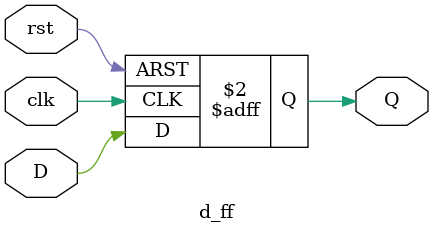
<source format=v>

module clkdiv #(parameter FREQ = 50) (
    input clk,
    input rst,
    output reg clk_div
);

localparam constantN = 50_000_000; // 50 MHz base clock
localparam COUNT_MAX = constantN/(2*FREQ);

reg [31:0] count;

always @(posedge clk or posedge rst) 
begin
    if (rst)    
        count <= 32'b0;
    else if (count == COUNT_MAX - 1)
        count <= 32'b0;
    else
        count <= count + 1;
end

always @(posedge clk or posedge rst) begin 
    if (rst)
        clk_div <= 1'b0;
    else if (count == COUNT_MAX - 1)
        clk_div <= ~clk_div;
end

endmodule


// PWM Module
module PWM(
    input pb_inc,
    input pb_dec,
    input clk,
    input rst,
    output pwm_out
);

wire neg_pb_inc = ~pb_inc;
wire neg_pb_dec = ~pb_dec;
wire slow_clk;
wire debounced_pb_inc;
wire debounced_pb_dec;

reg [31:0] DC = 32'd10; // Inicializar

parameter base_freq = 50_000_000;
parameter target_freq = 50;
parameter counts = base_freq / target_freq; 
parameter step_size = 1; // Cambia el duty cycle 

// Reducir la frecuencia del reloj
clkdiv u1(.clk(clk), .rst(rst), .clk_div(slow_clk));

// Debouncer
debouncer d0(.pb_1(neg_pb_inc), .clk(slow_clk), .rst(rst), .pb_out(debounced_pb_inc));
debouncer d1(.pb_1(neg_pb_dec), .clk(slow_clk), .rst(rst), .pb_out(debounced_pb_dec));

// Control del Duty Cycle
always @(posedge slow_clk or posedge rst)
begin 
    if (rst)
        DC <= 32'd7; // Reset 
    else if (debounced_pb_inc && DC < 100) 
        DC <= DC + step_size;
    else if (debounced_pb_dec && DC > 0) 
        DC <= DC - step_size;
	  else if (DC == 100)
			DC <= DC;
end

// Generación PWM
reg [31:0] counter;
always @(posedge clk or posedge rst) 
begin
    if (rst)
        counter <= 32'b0;
    else if (counter >= counts - 1)
        counter <= 32'b0;
    else
        counter <= counter + 1;
end

assign pwm_out = (counter < (DC * counts / 100)) ? 1'b1 : 1'b0;

endmodule


// Debouncer Module
module debouncer(
    input pb_1,
    input clk,
    input rst,
    output pb_out
);

wire Q0, Q1, Q2, Q2_bar;

// Flip-Flops
d_ff d0(.clk(clk), .D(pb_1), .rst(rst), .Q(Q0));
d_ff d1(.clk(clk), .D(Q0), .rst(rst), .Q(Q1));
d_ff d2(.clk(clk), .D(Q1), .rst(rst), .Q(Q2));

assign Q2_bar = ~Q2;
assign pb_out = Q1 & Q2_bar; 

endmodule


// D Flip-Flop
module d_ff(
    input clk,
    input D,
    input rst,
    output reg Q
);

always @(posedge clk or posedge rst)
begin
    if (rst)
        Q <= 1'b0;
    else
        Q <= D;
end

endmodule

</source>
